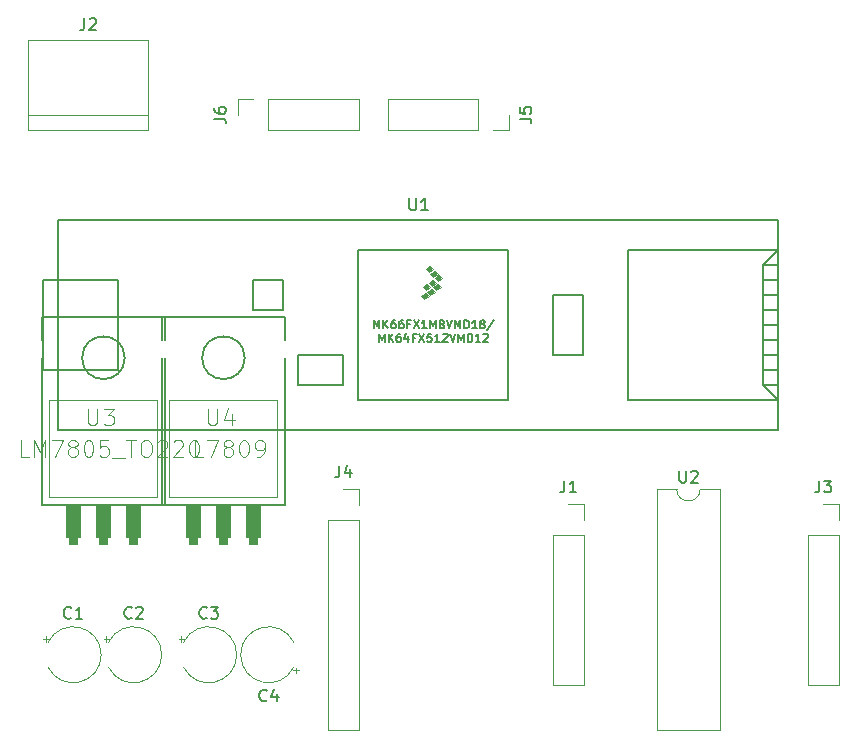
<source format=gbr>
G04 #@! TF.GenerationSoftware,KiCad,Pcbnew,(5.1.2)-2*
G04 #@! TF.CreationDate,2019-10-06T07:15:54-10:00*
G04 #@! TF.ProjectId,differential_robot(v1),64696666-6572-4656-9e74-69616c5f726f,rev?*
G04 #@! TF.SameCoordinates,Original*
G04 #@! TF.FileFunction,Legend,Top*
G04 #@! TF.FilePolarity,Positive*
%FSLAX46Y46*%
G04 Gerber Fmt 4.6, Leading zero omitted, Abs format (unit mm)*
G04 Created by KiCad (PCBNEW (5.1.2)-2) date 2019-10-06 07:15:54*
%MOMM*%
%LPD*%
G04 APERTURE LIST*
%ADD10C,0.120000*%
%ADD11C,0.100000*%
%ADD12C,0.150000*%
%ADD13C,0.127000*%
%ADD14C,0.050800*%
%ADD15C,0.050000*%
G04 APERTURE END LIST*
D10*
X136890000Y-112970000D02*
G75*
G02X134890000Y-112970000I-1000000J0D01*
G01*
X134890000Y-112970000D02*
X133240000Y-112970000D01*
X133240000Y-112970000D02*
X133240000Y-133410000D01*
X133240000Y-133410000D02*
X138540000Y-133410000D01*
X138540000Y-133410000D02*
X138540000Y-112970000D01*
X138540000Y-112970000D02*
X136890000Y-112970000D01*
X81680260Y-128060000D02*
G75*
G03X81680259Y-125940000I2119740J1060000D01*
G01*
X81262712Y-125665000D02*
X81712712Y-125665000D01*
X81487712Y-125440000D02*
X81487712Y-125890000D01*
X86607712Y-125440000D02*
X86607712Y-125890000D01*
X86382712Y-125665000D02*
X86832712Y-125665000D01*
X86800260Y-128060000D02*
G75*
G03X86800259Y-125940000I2119740J1060000D01*
G01*
X93150260Y-128060000D02*
G75*
G03X93150259Y-125940000I2119740J1060000D01*
G01*
X92732712Y-125665000D02*
X93182712Y-125665000D01*
X92957712Y-125440000D02*
X92957712Y-125890000D01*
X102662288Y-128560000D02*
X102662288Y-128110000D01*
X102887288Y-128335000D02*
X102437288Y-128335000D01*
X102469740Y-125940000D02*
G75*
G03X102469741Y-128060000I-2119740J-1060000D01*
G01*
X124400000Y-116840000D02*
X127060000Y-116840000D01*
X124400000Y-116840000D02*
X124400000Y-129600000D01*
X124400000Y-129600000D02*
X127060000Y-129600000D01*
X127060000Y-116840000D02*
X127060000Y-129600000D01*
X127060000Y-114240000D02*
X127060000Y-115570000D01*
X125730000Y-114240000D02*
X127060000Y-114240000D01*
X90170000Y-81280000D02*
X80010000Y-81280000D01*
X90170000Y-82550000D02*
X90170000Y-74930000D01*
X90170000Y-74930000D02*
X80010000Y-74930000D01*
X80010000Y-74930000D02*
X80010000Y-82550000D01*
X80010000Y-82550000D02*
X90170000Y-82550000D01*
X147320000Y-114240000D02*
X148650000Y-114240000D01*
X148650000Y-114240000D02*
X148650000Y-115570000D01*
X148650000Y-116840000D02*
X148650000Y-129600000D01*
X145990000Y-129600000D02*
X148650000Y-129600000D01*
X145990000Y-116840000D02*
X145990000Y-129600000D01*
X145990000Y-116840000D02*
X148650000Y-116840000D01*
X105350000Y-115570000D02*
X108010000Y-115570000D01*
X105350000Y-115570000D02*
X105350000Y-133410000D01*
X105350000Y-133410000D02*
X108010000Y-133410000D01*
X108010000Y-115570000D02*
X108010000Y-133410000D01*
X108010000Y-112970000D02*
X108010000Y-114300000D01*
X106680000Y-112970000D02*
X108010000Y-112970000D01*
X118110000Y-79950000D02*
X118110000Y-82610000D01*
X118110000Y-79950000D02*
X110430000Y-79950000D01*
X110430000Y-79950000D02*
X110430000Y-82610000D01*
X118110000Y-82610000D02*
X110430000Y-82610000D01*
X120710000Y-82610000D02*
X119380000Y-82610000D01*
X120710000Y-81280000D02*
X120710000Y-82610000D01*
X97730000Y-81280000D02*
X97730000Y-79950000D01*
X97730000Y-79950000D02*
X99060000Y-79950000D01*
X100330000Y-79950000D02*
X108010000Y-79950000D01*
X108010000Y-82610000D02*
X108010000Y-79950000D01*
X100330000Y-82610000D02*
X108010000Y-82610000D01*
X100330000Y-82610000D02*
X100330000Y-79950000D01*
D11*
G36*
X114300000Y-95250000D02*
G01*
X114554000Y-95504000D01*
X114173000Y-95758000D01*
X113919000Y-95504000D01*
X114300000Y-95250000D01*
G37*
X114300000Y-95250000D02*
X114554000Y-95504000D01*
X114173000Y-95758000D01*
X113919000Y-95504000D01*
X114300000Y-95250000D01*
G36*
X114427000Y-94488000D02*
G01*
X114681000Y-94742000D01*
X114300000Y-94996000D01*
X114046000Y-94742000D01*
X114427000Y-94488000D01*
G37*
X114427000Y-94488000D02*
X114681000Y-94742000D01*
X114300000Y-94996000D01*
X114046000Y-94742000D01*
X114427000Y-94488000D01*
G36*
X114681000Y-95631000D02*
G01*
X114935000Y-95885000D01*
X114554000Y-96139000D01*
X114300000Y-95885000D01*
X114681000Y-95631000D01*
G37*
X114681000Y-95631000D02*
X114935000Y-95885000D01*
X114554000Y-96139000D01*
X114300000Y-95885000D01*
X114681000Y-95631000D01*
G36*
X114173000Y-96012000D02*
G01*
X114427000Y-96266000D01*
X114046000Y-96520000D01*
X113792000Y-96266000D01*
X114173000Y-96012000D01*
G37*
X114173000Y-96012000D02*
X114427000Y-96266000D01*
X114046000Y-96520000D01*
X113792000Y-96266000D01*
X114173000Y-96012000D01*
G36*
X114808000Y-94869000D02*
G01*
X115062000Y-95123000D01*
X114681000Y-95377000D01*
X114427000Y-95123000D01*
X114808000Y-94869000D01*
G37*
X114808000Y-94869000D02*
X115062000Y-95123000D01*
X114681000Y-95377000D01*
X114427000Y-95123000D01*
X114808000Y-94869000D01*
G36*
X113665000Y-96393000D02*
G01*
X113919000Y-96647000D01*
X113538000Y-96901000D01*
X113284000Y-96647000D01*
X113665000Y-96393000D01*
G37*
X113665000Y-96393000D02*
X113919000Y-96647000D01*
X113538000Y-96901000D01*
X113284000Y-96647000D01*
X113665000Y-96393000D01*
G36*
X113792000Y-95631000D02*
G01*
X114046000Y-95885000D01*
X113665000Y-96139000D01*
X113411000Y-95885000D01*
X113792000Y-95631000D01*
G37*
X113792000Y-95631000D02*
X114046000Y-95885000D01*
X113665000Y-96139000D01*
X113411000Y-95885000D01*
X113792000Y-95631000D01*
G36*
X114046000Y-94107000D02*
G01*
X114300000Y-94361000D01*
X113919000Y-94615000D01*
X113665000Y-94361000D01*
X114046000Y-94107000D01*
G37*
X114046000Y-94107000D02*
X114300000Y-94361000D01*
X113919000Y-94615000D01*
X113665000Y-94361000D01*
X114046000Y-94107000D01*
D12*
X82550000Y-107950000D02*
X82550000Y-90170000D01*
X143510000Y-90170000D02*
X143510000Y-107950000D01*
X124460000Y-96520000D02*
X127000000Y-96520000D01*
X124460000Y-101600000D02*
X124460000Y-96520000D01*
X127000000Y-101600000D02*
X124460000Y-101600000D01*
X127000000Y-96520000D02*
X127000000Y-101600000D01*
X87630000Y-102870000D02*
X82550000Y-102870000D01*
X87630000Y-95250000D02*
X82550000Y-95250000D01*
X87630000Y-102870000D02*
X87630000Y-95250000D01*
X81280000Y-95250000D02*
X82550000Y-95250000D01*
X81280000Y-102870000D02*
X81280000Y-95250000D01*
X82550000Y-102870000D02*
X81280000Y-102870000D01*
X82550000Y-107950000D02*
X143510000Y-107950000D01*
X143510000Y-90170000D02*
X82550000Y-90170000D01*
X130810000Y-105410000D02*
X143510000Y-105410000D01*
X130810000Y-92710000D02*
X130810000Y-105410000D01*
X143510000Y-92710000D02*
X130810000Y-92710000D01*
X142240000Y-93980000D02*
X143510000Y-92710000D01*
X142240000Y-104140000D02*
X142240000Y-93980000D01*
X143510000Y-105410000D02*
X142240000Y-104140000D01*
X142240000Y-93980000D02*
X143510000Y-93980000D01*
X142240000Y-95250000D02*
X143510000Y-95250000D01*
X142240000Y-96520000D02*
X143510000Y-96520000D01*
X142240000Y-97790000D02*
X143510000Y-97790000D01*
X142240000Y-99060000D02*
X143510000Y-99060000D01*
X142240000Y-100330000D02*
X143510000Y-100330000D01*
X142240000Y-101600000D02*
X143510000Y-101600000D01*
X142240000Y-102870000D02*
X143510000Y-102870000D01*
X142240000Y-104140000D02*
X143510000Y-104140000D01*
X107950000Y-92710000D02*
X120650000Y-92710000D01*
X107950000Y-105410000D02*
X120650000Y-105410000D01*
X107950000Y-92710000D02*
X107950000Y-105410000D01*
X120650000Y-105410000D02*
X120650000Y-92710000D01*
X106680000Y-101600000D02*
X106680000Y-104140000D01*
X102870000Y-101600000D02*
X106680000Y-101600000D01*
X102870000Y-104140000D02*
X102870000Y-101600000D01*
X106680000Y-104140000D02*
X102870000Y-104140000D01*
X101600000Y-95250000D02*
X99060000Y-95250000D01*
X101600000Y-97790000D02*
X101600000Y-95250000D01*
X99060000Y-97790000D02*
X101600000Y-97790000D01*
X99060000Y-95250000D02*
X99060000Y-97790000D01*
D13*
X81153000Y-114300000D02*
X91567000Y-114300000D01*
X91567000Y-98425000D02*
X81153000Y-98425000D01*
X91567000Y-114300000D02*
X91567000Y-101854000D01*
X91567000Y-100330000D02*
X91567000Y-98425000D01*
X81153000Y-114300000D02*
X81153000Y-101854000D01*
X81153000Y-100330000D02*
X81153000Y-98425000D01*
D14*
X81788000Y-113665000D02*
X90932000Y-113665000D01*
X90932000Y-105410000D02*
X90932000Y-113665000D01*
X90932000Y-105410000D02*
X81788000Y-105410000D01*
X81788000Y-113665000D02*
X81788000Y-105410000D01*
D13*
X88163400Y-101854000D02*
G75*
G03X88163400Y-101854000I-1803400J0D01*
G01*
D11*
G36*
X88519740Y-117094000D02*
G01*
X89281000Y-117094000D01*
X89281000Y-117730610D01*
X88519740Y-117730610D01*
X88519740Y-117094000D01*
G37*
G36*
X85978823Y-117094000D02*
G01*
X86741000Y-117094000D01*
X86741000Y-117731190D01*
X85978823Y-117731190D01*
X85978823Y-117094000D01*
G37*
G36*
X83437710Y-117094000D02*
G01*
X84201000Y-117094000D01*
X84201000Y-117731080D01*
X83437710Y-117731080D01*
X83437710Y-117094000D01*
G37*
G36*
X83179460Y-114300000D02*
G01*
X84455000Y-114300000D01*
X84455000Y-117101090D01*
X83179460Y-117101090D01*
X83179460Y-114300000D01*
G37*
G36*
X85724119Y-114300000D02*
G01*
X86995000Y-114300000D01*
X86995000Y-117099640D01*
X85724119Y-117099640D01*
X85724119Y-114300000D01*
G37*
G36*
X88267130Y-114300000D02*
G01*
X89535000Y-114300000D01*
X89535000Y-117098550D01*
X88267130Y-117098550D01*
X88267130Y-114300000D01*
G37*
G36*
X98427130Y-114300000D02*
G01*
X99695000Y-114300000D01*
X99695000Y-117098550D01*
X98427130Y-117098550D01*
X98427130Y-114300000D01*
G37*
G36*
X95884119Y-114300000D02*
G01*
X97155000Y-114300000D01*
X97155000Y-117099640D01*
X95884119Y-117099640D01*
X95884119Y-114300000D01*
G37*
G36*
X93339460Y-114300000D02*
G01*
X94615000Y-114300000D01*
X94615000Y-117101090D01*
X93339460Y-117101090D01*
X93339460Y-114300000D01*
G37*
G36*
X93597710Y-117094000D02*
G01*
X94361000Y-117094000D01*
X94361000Y-117731080D01*
X93597710Y-117731080D01*
X93597710Y-117094000D01*
G37*
G36*
X96138823Y-117094000D02*
G01*
X96901000Y-117094000D01*
X96901000Y-117731190D01*
X96138823Y-117731190D01*
X96138823Y-117094000D01*
G37*
G36*
X98679740Y-117094000D02*
G01*
X99441000Y-117094000D01*
X99441000Y-117730610D01*
X98679740Y-117730610D01*
X98679740Y-117094000D01*
G37*
D13*
X98323400Y-101854000D02*
G75*
G03X98323400Y-101854000I-1803400J0D01*
G01*
D14*
X91948000Y-113665000D02*
X91948000Y-105410000D01*
X101092000Y-105410000D02*
X91948000Y-105410000D01*
X101092000Y-105410000D02*
X101092000Y-113665000D01*
X91948000Y-113665000D02*
X101092000Y-113665000D01*
D13*
X91313000Y-100330000D02*
X91313000Y-98425000D01*
X91313000Y-114300000D02*
X91313000Y-101854000D01*
X101727000Y-100330000D02*
X101727000Y-98425000D01*
X101727000Y-114300000D02*
X101727000Y-101854000D01*
X101727000Y-98425000D02*
X91313000Y-98425000D01*
X91313000Y-114300000D02*
X101727000Y-114300000D01*
D12*
X135128095Y-111422380D02*
X135128095Y-112231904D01*
X135175714Y-112327142D01*
X135223333Y-112374761D01*
X135318571Y-112422380D01*
X135509047Y-112422380D01*
X135604285Y-112374761D01*
X135651904Y-112327142D01*
X135699523Y-112231904D01*
X135699523Y-111422380D01*
X136128095Y-111517619D02*
X136175714Y-111470000D01*
X136270952Y-111422380D01*
X136509047Y-111422380D01*
X136604285Y-111470000D01*
X136651904Y-111517619D01*
X136699523Y-111612857D01*
X136699523Y-111708095D01*
X136651904Y-111850952D01*
X136080476Y-112422380D01*
X136699523Y-112422380D01*
X83633333Y-123857142D02*
X83585714Y-123904761D01*
X83442857Y-123952380D01*
X83347619Y-123952380D01*
X83204761Y-123904761D01*
X83109523Y-123809523D01*
X83061904Y-123714285D01*
X83014285Y-123523809D01*
X83014285Y-123380952D01*
X83061904Y-123190476D01*
X83109523Y-123095238D01*
X83204761Y-123000000D01*
X83347619Y-122952380D01*
X83442857Y-122952380D01*
X83585714Y-123000000D01*
X83633333Y-123047619D01*
X84585714Y-123952380D02*
X84014285Y-123952380D01*
X84300000Y-123952380D02*
X84300000Y-122952380D01*
X84204761Y-123095238D01*
X84109523Y-123190476D01*
X84014285Y-123238095D01*
X88753333Y-123857142D02*
X88705714Y-123904761D01*
X88562857Y-123952380D01*
X88467619Y-123952380D01*
X88324761Y-123904761D01*
X88229523Y-123809523D01*
X88181904Y-123714285D01*
X88134285Y-123523809D01*
X88134285Y-123380952D01*
X88181904Y-123190476D01*
X88229523Y-123095238D01*
X88324761Y-123000000D01*
X88467619Y-122952380D01*
X88562857Y-122952380D01*
X88705714Y-123000000D01*
X88753333Y-123047619D01*
X89134285Y-123047619D02*
X89181904Y-123000000D01*
X89277142Y-122952380D01*
X89515238Y-122952380D01*
X89610476Y-123000000D01*
X89658095Y-123047619D01*
X89705714Y-123142857D01*
X89705714Y-123238095D01*
X89658095Y-123380952D01*
X89086666Y-123952380D01*
X89705714Y-123952380D01*
X95103333Y-123857142D02*
X95055714Y-123904761D01*
X94912857Y-123952380D01*
X94817619Y-123952380D01*
X94674761Y-123904761D01*
X94579523Y-123809523D01*
X94531904Y-123714285D01*
X94484285Y-123523809D01*
X94484285Y-123380952D01*
X94531904Y-123190476D01*
X94579523Y-123095238D01*
X94674761Y-123000000D01*
X94817619Y-122952380D01*
X94912857Y-122952380D01*
X95055714Y-123000000D01*
X95103333Y-123047619D01*
X95436666Y-122952380D02*
X96055714Y-122952380D01*
X95722380Y-123333333D01*
X95865238Y-123333333D01*
X95960476Y-123380952D01*
X96008095Y-123428571D01*
X96055714Y-123523809D01*
X96055714Y-123761904D01*
X96008095Y-123857142D01*
X95960476Y-123904761D01*
X95865238Y-123952380D01*
X95579523Y-123952380D01*
X95484285Y-123904761D01*
X95436666Y-123857142D01*
X100183333Y-130857142D02*
X100135714Y-130904761D01*
X99992857Y-130952380D01*
X99897619Y-130952380D01*
X99754761Y-130904761D01*
X99659523Y-130809523D01*
X99611904Y-130714285D01*
X99564285Y-130523809D01*
X99564285Y-130380952D01*
X99611904Y-130190476D01*
X99659523Y-130095238D01*
X99754761Y-130000000D01*
X99897619Y-129952380D01*
X99992857Y-129952380D01*
X100135714Y-130000000D01*
X100183333Y-130047619D01*
X101040476Y-130285714D02*
X101040476Y-130952380D01*
X100802380Y-129904761D02*
X100564285Y-130619047D01*
X101183333Y-130619047D01*
X125396666Y-112252380D02*
X125396666Y-112966666D01*
X125349047Y-113109523D01*
X125253809Y-113204761D01*
X125110952Y-113252380D01*
X125015714Y-113252380D01*
X126396666Y-113252380D02*
X125825238Y-113252380D01*
X126110952Y-113252380D02*
X126110952Y-112252380D01*
X126015714Y-112395238D01*
X125920476Y-112490476D01*
X125825238Y-112538095D01*
X84756666Y-73112380D02*
X84756666Y-73826666D01*
X84709047Y-73969523D01*
X84613809Y-74064761D01*
X84470952Y-74112380D01*
X84375714Y-74112380D01*
X85185238Y-73207619D02*
X85232857Y-73160000D01*
X85328095Y-73112380D01*
X85566190Y-73112380D01*
X85661428Y-73160000D01*
X85709047Y-73207619D01*
X85756666Y-73302857D01*
X85756666Y-73398095D01*
X85709047Y-73540952D01*
X85137619Y-74112380D01*
X85756666Y-74112380D01*
X146986666Y-112252380D02*
X146986666Y-112966666D01*
X146939047Y-113109523D01*
X146843809Y-113204761D01*
X146700952Y-113252380D01*
X146605714Y-113252380D01*
X147367619Y-112252380D02*
X147986666Y-112252380D01*
X147653333Y-112633333D01*
X147796190Y-112633333D01*
X147891428Y-112680952D01*
X147939047Y-112728571D01*
X147986666Y-112823809D01*
X147986666Y-113061904D01*
X147939047Y-113157142D01*
X147891428Y-113204761D01*
X147796190Y-113252380D01*
X147510476Y-113252380D01*
X147415238Y-113204761D01*
X147367619Y-113157142D01*
X106346666Y-110982380D02*
X106346666Y-111696666D01*
X106299047Y-111839523D01*
X106203809Y-111934761D01*
X106060952Y-111982380D01*
X105965714Y-111982380D01*
X107251428Y-111315714D02*
X107251428Y-111982380D01*
X107013333Y-110934761D02*
X106775238Y-111649047D01*
X107394285Y-111649047D01*
X121602380Y-81613333D02*
X122316666Y-81613333D01*
X122459523Y-81660952D01*
X122554761Y-81756190D01*
X122602380Y-81899047D01*
X122602380Y-81994285D01*
X121602380Y-80660952D02*
X121602380Y-81137142D01*
X122078571Y-81184761D01*
X122030952Y-81137142D01*
X121983333Y-81041904D01*
X121983333Y-80803809D01*
X122030952Y-80708571D01*
X122078571Y-80660952D01*
X122173809Y-80613333D01*
X122411904Y-80613333D01*
X122507142Y-80660952D01*
X122554761Y-80708571D01*
X122602380Y-80803809D01*
X122602380Y-81041904D01*
X122554761Y-81137142D01*
X122507142Y-81184761D01*
X95742380Y-81613333D02*
X96456666Y-81613333D01*
X96599523Y-81660952D01*
X96694761Y-81756190D01*
X96742380Y-81899047D01*
X96742380Y-81994285D01*
X95742380Y-80708571D02*
X95742380Y-80899047D01*
X95790000Y-80994285D01*
X95837619Y-81041904D01*
X95980476Y-81137142D01*
X96170952Y-81184761D01*
X96551904Y-81184761D01*
X96647142Y-81137142D01*
X96694761Y-81089523D01*
X96742380Y-80994285D01*
X96742380Y-80803809D01*
X96694761Y-80708571D01*
X96647142Y-80660952D01*
X96551904Y-80613333D01*
X96313809Y-80613333D01*
X96218571Y-80660952D01*
X96170952Y-80708571D01*
X96123333Y-80803809D01*
X96123333Y-80994285D01*
X96170952Y-81089523D01*
X96218571Y-81137142D01*
X96313809Y-81184761D01*
X112268095Y-88352380D02*
X112268095Y-89161904D01*
X112315714Y-89257142D01*
X112363333Y-89304761D01*
X112458571Y-89352380D01*
X112649047Y-89352380D01*
X112744285Y-89304761D01*
X112791904Y-89257142D01*
X112839523Y-89161904D01*
X112839523Y-88352380D01*
X113839523Y-89352380D02*
X113268095Y-89352380D01*
X113553809Y-89352380D02*
X113553809Y-88352380D01*
X113458571Y-88495238D01*
X113363333Y-88590476D01*
X113268095Y-88638095D01*
X109700000Y-100519666D02*
X109700000Y-99819666D01*
X109933333Y-100319666D01*
X110166666Y-99819666D01*
X110166666Y-100519666D01*
X110500000Y-100519666D02*
X110500000Y-99819666D01*
X110900000Y-100519666D02*
X110600000Y-100119666D01*
X110900000Y-99819666D02*
X110500000Y-100219666D01*
X111500000Y-99819666D02*
X111366666Y-99819666D01*
X111300000Y-99853000D01*
X111266666Y-99886333D01*
X111200000Y-99986333D01*
X111166666Y-100119666D01*
X111166666Y-100386333D01*
X111200000Y-100453000D01*
X111233333Y-100486333D01*
X111300000Y-100519666D01*
X111433333Y-100519666D01*
X111500000Y-100486333D01*
X111533333Y-100453000D01*
X111566666Y-100386333D01*
X111566666Y-100219666D01*
X111533333Y-100153000D01*
X111500000Y-100119666D01*
X111433333Y-100086333D01*
X111300000Y-100086333D01*
X111233333Y-100119666D01*
X111200000Y-100153000D01*
X111166666Y-100219666D01*
X112166666Y-100053000D02*
X112166666Y-100519666D01*
X112000000Y-99786333D02*
X111833333Y-100286333D01*
X112266666Y-100286333D01*
X112766666Y-100153000D02*
X112533333Y-100153000D01*
X112533333Y-100519666D02*
X112533333Y-99819666D01*
X112866666Y-99819666D01*
X113066666Y-99819666D02*
X113533333Y-100519666D01*
X113533333Y-99819666D02*
X113066666Y-100519666D01*
X114133333Y-99819666D02*
X113800000Y-99819666D01*
X113766666Y-100153000D01*
X113800000Y-100119666D01*
X113866666Y-100086333D01*
X114033333Y-100086333D01*
X114100000Y-100119666D01*
X114133333Y-100153000D01*
X114166666Y-100219666D01*
X114166666Y-100386333D01*
X114133333Y-100453000D01*
X114100000Y-100486333D01*
X114033333Y-100519666D01*
X113866666Y-100519666D01*
X113800000Y-100486333D01*
X113766666Y-100453000D01*
X114833333Y-100519666D02*
X114433333Y-100519666D01*
X114633333Y-100519666D02*
X114633333Y-99819666D01*
X114566666Y-99919666D01*
X114500000Y-99986333D01*
X114433333Y-100019666D01*
X115100000Y-99886333D02*
X115133333Y-99853000D01*
X115200000Y-99819666D01*
X115366666Y-99819666D01*
X115433333Y-99853000D01*
X115466666Y-99886333D01*
X115500000Y-99953000D01*
X115500000Y-100019666D01*
X115466666Y-100119666D01*
X115066666Y-100519666D01*
X115500000Y-100519666D01*
X115700000Y-99819666D02*
X115933333Y-100519666D01*
X116166666Y-99819666D01*
X116400000Y-100519666D02*
X116400000Y-99819666D01*
X116633333Y-100319666D01*
X116866666Y-99819666D01*
X116866666Y-100519666D01*
X117200000Y-100519666D02*
X117200000Y-99819666D01*
X117366666Y-99819666D01*
X117466666Y-99853000D01*
X117533333Y-99919666D01*
X117566666Y-99986333D01*
X117600000Y-100119666D01*
X117600000Y-100219666D01*
X117566666Y-100353000D01*
X117533333Y-100419666D01*
X117466666Y-100486333D01*
X117366666Y-100519666D01*
X117200000Y-100519666D01*
X118266666Y-100519666D02*
X117866666Y-100519666D01*
X118066666Y-100519666D02*
X118066666Y-99819666D01*
X118000000Y-99919666D01*
X117933333Y-99986333D01*
X117866666Y-100019666D01*
X118533333Y-99886333D02*
X118566666Y-99853000D01*
X118633333Y-99819666D01*
X118800000Y-99819666D01*
X118866666Y-99853000D01*
X118900000Y-99886333D01*
X118933333Y-99953000D01*
X118933333Y-100019666D01*
X118900000Y-100119666D01*
X118500000Y-100519666D01*
X118933333Y-100519666D01*
X109250000Y-99376666D02*
X109250000Y-98676666D01*
X109483333Y-99176666D01*
X109716666Y-98676666D01*
X109716666Y-99376666D01*
X110050000Y-99376666D02*
X110050000Y-98676666D01*
X110450000Y-99376666D02*
X110150000Y-98976666D01*
X110450000Y-98676666D02*
X110050000Y-99076666D01*
X111050000Y-98676666D02*
X110916666Y-98676666D01*
X110850000Y-98710000D01*
X110816666Y-98743333D01*
X110750000Y-98843333D01*
X110716666Y-98976666D01*
X110716666Y-99243333D01*
X110750000Y-99310000D01*
X110783333Y-99343333D01*
X110850000Y-99376666D01*
X110983333Y-99376666D01*
X111050000Y-99343333D01*
X111083333Y-99310000D01*
X111116666Y-99243333D01*
X111116666Y-99076666D01*
X111083333Y-99010000D01*
X111050000Y-98976666D01*
X110983333Y-98943333D01*
X110850000Y-98943333D01*
X110783333Y-98976666D01*
X110750000Y-99010000D01*
X110716666Y-99076666D01*
X111716666Y-98676666D02*
X111583333Y-98676666D01*
X111516666Y-98710000D01*
X111483333Y-98743333D01*
X111416666Y-98843333D01*
X111383333Y-98976666D01*
X111383333Y-99243333D01*
X111416666Y-99310000D01*
X111450000Y-99343333D01*
X111516666Y-99376666D01*
X111650000Y-99376666D01*
X111716666Y-99343333D01*
X111750000Y-99310000D01*
X111783333Y-99243333D01*
X111783333Y-99076666D01*
X111750000Y-99010000D01*
X111716666Y-98976666D01*
X111650000Y-98943333D01*
X111516666Y-98943333D01*
X111450000Y-98976666D01*
X111416666Y-99010000D01*
X111383333Y-99076666D01*
X112316666Y-99010000D02*
X112083333Y-99010000D01*
X112083333Y-99376666D02*
X112083333Y-98676666D01*
X112416666Y-98676666D01*
X112616666Y-98676666D02*
X113083333Y-99376666D01*
X113083333Y-98676666D02*
X112616666Y-99376666D01*
X113716666Y-99376666D02*
X113316666Y-99376666D01*
X113516666Y-99376666D02*
X113516666Y-98676666D01*
X113450000Y-98776666D01*
X113383333Y-98843333D01*
X113316666Y-98876666D01*
X114016666Y-99376666D02*
X114016666Y-98676666D01*
X114250000Y-99176666D01*
X114483333Y-98676666D01*
X114483333Y-99376666D01*
X115050000Y-99010000D02*
X115150000Y-99043333D01*
X115183333Y-99076666D01*
X115216666Y-99143333D01*
X115216666Y-99243333D01*
X115183333Y-99310000D01*
X115150000Y-99343333D01*
X115083333Y-99376666D01*
X114816666Y-99376666D01*
X114816666Y-98676666D01*
X115050000Y-98676666D01*
X115116666Y-98710000D01*
X115150000Y-98743333D01*
X115183333Y-98810000D01*
X115183333Y-98876666D01*
X115150000Y-98943333D01*
X115116666Y-98976666D01*
X115050000Y-99010000D01*
X114816666Y-99010000D01*
X115416666Y-98676666D02*
X115650000Y-99376666D01*
X115883333Y-98676666D01*
X116116666Y-99376666D02*
X116116666Y-98676666D01*
X116350000Y-99176666D01*
X116583333Y-98676666D01*
X116583333Y-99376666D01*
X116916666Y-99376666D02*
X116916666Y-98676666D01*
X117083333Y-98676666D01*
X117183333Y-98710000D01*
X117250000Y-98776666D01*
X117283333Y-98843333D01*
X117316666Y-98976666D01*
X117316666Y-99076666D01*
X117283333Y-99210000D01*
X117250000Y-99276666D01*
X117183333Y-99343333D01*
X117083333Y-99376666D01*
X116916666Y-99376666D01*
X117983333Y-99376666D02*
X117583333Y-99376666D01*
X117783333Y-99376666D02*
X117783333Y-98676666D01*
X117716666Y-98776666D01*
X117650000Y-98843333D01*
X117583333Y-98876666D01*
X118383333Y-98976666D02*
X118316666Y-98943333D01*
X118283333Y-98910000D01*
X118250000Y-98843333D01*
X118250000Y-98810000D01*
X118283333Y-98743333D01*
X118316666Y-98710000D01*
X118383333Y-98676666D01*
X118516666Y-98676666D01*
X118583333Y-98710000D01*
X118616666Y-98743333D01*
X118650000Y-98810000D01*
X118650000Y-98843333D01*
X118616666Y-98910000D01*
X118583333Y-98943333D01*
X118516666Y-98976666D01*
X118383333Y-98976666D01*
X118316666Y-99010000D01*
X118283333Y-99043333D01*
X118250000Y-99110000D01*
X118250000Y-99243333D01*
X118283333Y-99310000D01*
X118316666Y-99343333D01*
X118383333Y-99376666D01*
X118516666Y-99376666D01*
X118583333Y-99343333D01*
X118616666Y-99310000D01*
X118650000Y-99243333D01*
X118650000Y-99110000D01*
X118616666Y-99043333D01*
X118583333Y-99010000D01*
X118516666Y-98976666D01*
X119450000Y-98643333D02*
X118850000Y-99543333D01*
D15*
X85037391Y-106157280D02*
X85037391Y-107292273D01*
X85104155Y-107425802D01*
X85170920Y-107492566D01*
X85304448Y-107559330D01*
X85571505Y-107559330D01*
X85705034Y-107492566D01*
X85771798Y-107425802D01*
X85838562Y-107292273D01*
X85838562Y-106157280D01*
X86372677Y-106157280D02*
X87240612Y-106157280D01*
X86773262Y-106691395D01*
X86973555Y-106691395D01*
X87107084Y-106758159D01*
X87173848Y-106824923D01*
X87240612Y-106958452D01*
X87240612Y-107292273D01*
X87173848Y-107425802D01*
X87107084Y-107492566D01*
X86973555Y-107559330D01*
X86572970Y-107559330D01*
X86439441Y-107492566D01*
X86372677Y-107425802D01*
X80029887Y-110232212D02*
X79362716Y-110232212D01*
X79362716Y-108831152D01*
X80496907Y-110232212D02*
X80496907Y-108831152D01*
X80963927Y-109831910D01*
X81430947Y-108831152D01*
X81430947Y-110232212D01*
X81964685Y-108831152D02*
X82898725Y-108831152D01*
X82298270Y-110232212D01*
X83632613Y-109431607D02*
X83499179Y-109364890D01*
X83432462Y-109298172D01*
X83365745Y-109164738D01*
X83365745Y-109098021D01*
X83432462Y-108964587D01*
X83499179Y-108897870D01*
X83632613Y-108831152D01*
X83899482Y-108831152D01*
X84032916Y-108897870D01*
X84099633Y-108964587D01*
X84166350Y-109098021D01*
X84166350Y-109164738D01*
X84099633Y-109298172D01*
X84032916Y-109364890D01*
X83899482Y-109431607D01*
X83632613Y-109431607D01*
X83499179Y-109498324D01*
X83432462Y-109565041D01*
X83365745Y-109698475D01*
X83365745Y-109965344D01*
X83432462Y-110098778D01*
X83499179Y-110165495D01*
X83632613Y-110232212D01*
X83899482Y-110232212D01*
X84032916Y-110165495D01*
X84099633Y-110098778D01*
X84166350Y-109965344D01*
X84166350Y-109698475D01*
X84099633Y-109565041D01*
X84032916Y-109498324D01*
X83899482Y-109431607D01*
X85033673Y-108831152D02*
X85167107Y-108831152D01*
X85300542Y-108897870D01*
X85367259Y-108964587D01*
X85433976Y-109098021D01*
X85500693Y-109364890D01*
X85500693Y-109698475D01*
X85433976Y-109965344D01*
X85367259Y-110098778D01*
X85300542Y-110165495D01*
X85167107Y-110232212D01*
X85033673Y-110232212D01*
X84900239Y-110165495D01*
X84833522Y-110098778D01*
X84766805Y-109965344D01*
X84700087Y-109698475D01*
X84700087Y-109364890D01*
X84766805Y-109098021D01*
X84833522Y-108964587D01*
X84900239Y-108897870D01*
X85033673Y-108831152D01*
X86768319Y-108831152D02*
X86101147Y-108831152D01*
X86034430Y-109498324D01*
X86101147Y-109431607D01*
X86234582Y-109364890D01*
X86568167Y-109364890D01*
X86701602Y-109431607D01*
X86768319Y-109498324D01*
X86835036Y-109631758D01*
X86835036Y-109965344D01*
X86768319Y-110098778D01*
X86701602Y-110165495D01*
X86568167Y-110232212D01*
X86234582Y-110232212D01*
X86101147Y-110165495D01*
X86034430Y-110098778D01*
X87101905Y-110365647D02*
X88169379Y-110365647D01*
X88302813Y-108831152D02*
X89103419Y-108831152D01*
X88703116Y-110232212D02*
X88703116Y-108831152D01*
X89837307Y-108831152D02*
X90104176Y-108831152D01*
X90237610Y-108897870D01*
X90371045Y-109031304D01*
X90437762Y-109298172D01*
X90437762Y-109765192D01*
X90371045Y-110032061D01*
X90237610Y-110165495D01*
X90104176Y-110232212D01*
X89837307Y-110232212D01*
X89703873Y-110165495D01*
X89570439Y-110032061D01*
X89503722Y-109765192D01*
X89503722Y-109298172D01*
X89570439Y-109031304D01*
X89703873Y-108897870D01*
X89837307Y-108831152D01*
X90971499Y-108964587D02*
X91038216Y-108897870D01*
X91171650Y-108831152D01*
X91505236Y-108831152D01*
X91638670Y-108897870D01*
X91705387Y-108964587D01*
X91772105Y-109098021D01*
X91772105Y-109231455D01*
X91705387Y-109431607D01*
X90904782Y-110232212D01*
X91772105Y-110232212D01*
X92305842Y-108964587D02*
X92372559Y-108897870D01*
X92505993Y-108831152D01*
X92839579Y-108831152D01*
X92973013Y-108897870D01*
X93039730Y-108964587D01*
X93106447Y-109098021D01*
X93106447Y-109231455D01*
X93039730Y-109431607D01*
X92239125Y-110232212D01*
X93106447Y-110232212D01*
X93973770Y-108831152D02*
X94107205Y-108831152D01*
X94240639Y-108897870D01*
X94307356Y-108964587D01*
X94374073Y-109098021D01*
X94440790Y-109364890D01*
X94440790Y-109698475D01*
X94374073Y-109965344D01*
X94307356Y-110098778D01*
X94240639Y-110165495D01*
X94107205Y-110232212D01*
X93973770Y-110232212D01*
X93840336Y-110165495D01*
X93773619Y-110098778D01*
X93706902Y-109965344D01*
X93640185Y-109698475D01*
X93640185Y-109364890D01*
X93706902Y-109098021D01*
X93773619Y-108964587D01*
X93840336Y-108897870D01*
X93973770Y-108831152D01*
X95197391Y-106157280D02*
X95197391Y-107292273D01*
X95264155Y-107425802D01*
X95330920Y-107492566D01*
X95464448Y-107559330D01*
X95731505Y-107559330D01*
X95865034Y-107492566D01*
X95931798Y-107425802D01*
X95998562Y-107292273D01*
X95998562Y-106157280D01*
X97267084Y-106624630D02*
X97267084Y-107559330D01*
X96933262Y-106090516D02*
X96599441Y-107091980D01*
X97467377Y-107091980D01*
X94793370Y-110232212D02*
X94126199Y-110232212D01*
X94126199Y-108831152D01*
X95126956Y-108831152D02*
X96060996Y-108831152D01*
X95460542Y-110232212D01*
X96794885Y-109431607D02*
X96661450Y-109364890D01*
X96594733Y-109298172D01*
X96528016Y-109164738D01*
X96528016Y-109098021D01*
X96594733Y-108964587D01*
X96661450Y-108897870D01*
X96794885Y-108831152D01*
X97061753Y-108831152D01*
X97195187Y-108897870D01*
X97261905Y-108964587D01*
X97328622Y-109098021D01*
X97328622Y-109164738D01*
X97261905Y-109298172D01*
X97195187Y-109364890D01*
X97061753Y-109431607D01*
X96794885Y-109431607D01*
X96661450Y-109498324D01*
X96594733Y-109565041D01*
X96528016Y-109698475D01*
X96528016Y-109965344D01*
X96594733Y-110098778D01*
X96661450Y-110165495D01*
X96794885Y-110232212D01*
X97061753Y-110232212D01*
X97195187Y-110165495D01*
X97261905Y-110098778D01*
X97328622Y-109965344D01*
X97328622Y-109698475D01*
X97261905Y-109565041D01*
X97195187Y-109498324D01*
X97061753Y-109431607D01*
X98195945Y-108831152D02*
X98329379Y-108831152D01*
X98462813Y-108897870D01*
X98529530Y-108964587D01*
X98596247Y-109098021D01*
X98662965Y-109364890D01*
X98662965Y-109698475D01*
X98596247Y-109965344D01*
X98529530Y-110098778D01*
X98462813Y-110165495D01*
X98329379Y-110232212D01*
X98195945Y-110232212D01*
X98062510Y-110165495D01*
X97995793Y-110098778D01*
X97929076Y-109965344D01*
X97862359Y-109698475D01*
X97862359Y-109364890D01*
X97929076Y-109098021D01*
X97995793Y-108964587D01*
X98062510Y-108897870D01*
X98195945Y-108831152D01*
X99330136Y-110232212D02*
X99597005Y-110232212D01*
X99730439Y-110165495D01*
X99797156Y-110098778D01*
X99930590Y-109898627D01*
X99997307Y-109631758D01*
X99997307Y-109098021D01*
X99930590Y-108964587D01*
X99863873Y-108897870D01*
X99730439Y-108831152D01*
X99463570Y-108831152D01*
X99330136Y-108897870D01*
X99263419Y-108964587D01*
X99196702Y-109098021D01*
X99196702Y-109431607D01*
X99263419Y-109565041D01*
X99330136Y-109631758D01*
X99463570Y-109698475D01*
X99730439Y-109698475D01*
X99863873Y-109631758D01*
X99930590Y-109565041D01*
X99997307Y-109431607D01*
M02*

</source>
